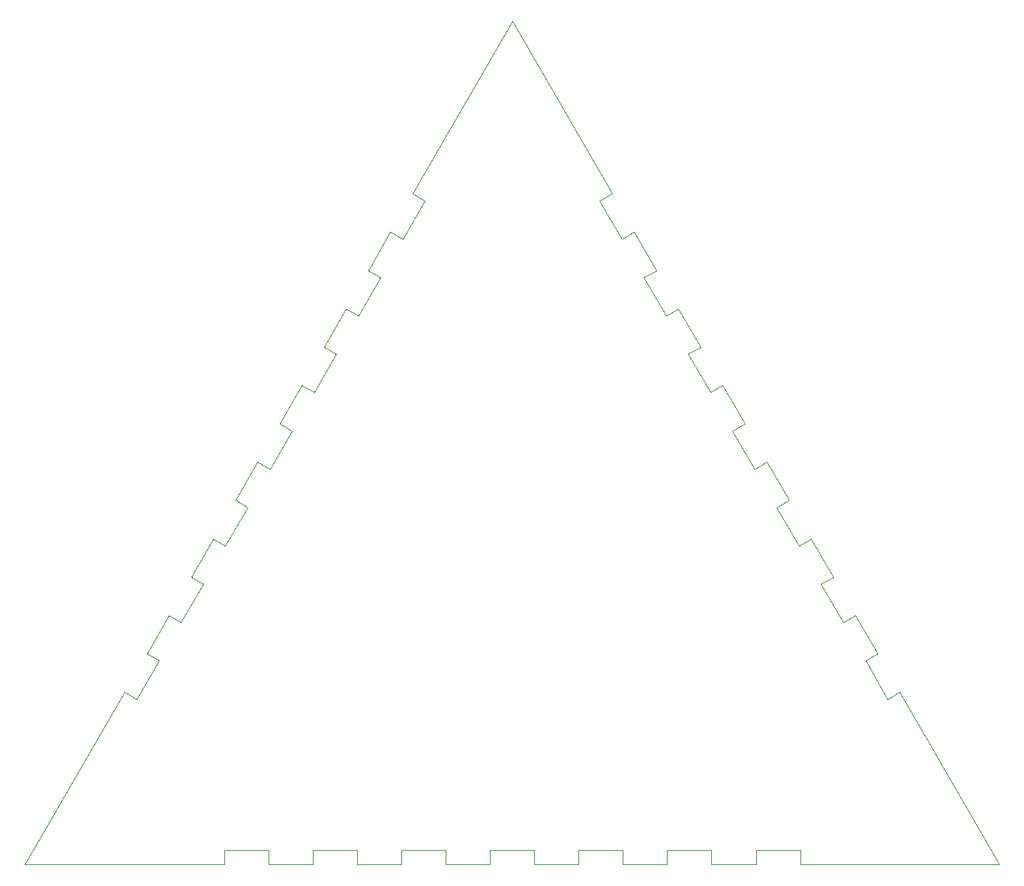
<source format=gbr>
%TF.GenerationSoftware,KiCad,Pcbnew,7.0.7*%
%TF.CreationDate,2023-11-13T09:37:15+01:00*%
%TF.ProjectId,Small,536d616c-6c2e-46b6-9963-61645f706362,rev?*%
%TF.SameCoordinates,Original*%
%TF.FileFunction,Profile,NP*%
%FSLAX46Y46*%
G04 Gerber Fmt 4.6, Leading zero omitted, Abs format (unit mm)*
G04 Created by KiCad (PCBNEW 7.0.7) date 2023-11-13 09:37:15*
%MOMM*%
%LPD*%
G01*
G04 APERTURE LIST*
%TA.AperFunction,Profile*%
%ADD10C,0.100000*%
%TD*%
G04 APERTURE END LIST*
D10*
X111250000Y-87523921D02*
X108750000Y-83193794D01*
X97500000Y-120000000D02*
X102500000Y-120000000D01*
X82500000Y-118400000D02*
X87500000Y-118400000D01*
X107364360Y-83993794D02*
X104864360Y-79663667D01*
X114864360Y-96984175D02*
X116250000Y-96184175D01*
X38750000Y-87523921D02*
X40135640Y-88323921D01*
X103750000Y-74533540D02*
X102364360Y-75333540D01*
X31250000Y-100514302D02*
X20000000Y-119999874D01*
X97500000Y-118400000D02*
X97500000Y-120000000D01*
X47635640Y-75333540D02*
X46250000Y-74533540D01*
X58750000Y-52882904D02*
X60135640Y-53682904D01*
X75000000Y-24737078D02*
X86250000Y-44222650D01*
X75000000Y-24737078D02*
X63750000Y-44222650D01*
X50135640Y-71003412D02*
X47635640Y-75333540D01*
X87500000Y-120000000D02*
X92500000Y-120000000D01*
X62500000Y-120000000D02*
X62500000Y-118400000D01*
X87364360Y-49352777D02*
X84864360Y-45022650D01*
X60135640Y-53682904D02*
X57635640Y-58013031D01*
X92500000Y-118400000D02*
X97500000Y-118400000D01*
X33750000Y-96184175D02*
X35135640Y-96984175D01*
X36250000Y-91854048D02*
X33750000Y-96184175D01*
X98750000Y-65873285D02*
X97364360Y-66673285D01*
X77500000Y-118400000D02*
X77500000Y-120000000D01*
X57500000Y-118400000D02*
X57500000Y-120000000D01*
X84864360Y-45022650D02*
X86250000Y-44222650D01*
X48750000Y-70203412D02*
X50135640Y-71003412D01*
X51250000Y-65873285D02*
X48750000Y-70203412D01*
X118750000Y-100514302D02*
X130000000Y-119999874D01*
X102364360Y-75333540D02*
X99864360Y-71003412D01*
X67500000Y-120000000D02*
X72500000Y-120000000D01*
X57500000Y-120000000D02*
X62500000Y-120000000D01*
X52500000Y-120000000D02*
X52500000Y-118400000D01*
X65135640Y-45022650D02*
X62635640Y-49352777D01*
X112364360Y-92654048D02*
X109864360Y-88323921D01*
X47500000Y-120000000D02*
X52500000Y-120000000D01*
X52500000Y-118400000D02*
X57500000Y-118400000D01*
X41250000Y-83193794D02*
X38750000Y-87523921D01*
X106250000Y-78863667D02*
X103750000Y-74533540D01*
X42500000Y-118400000D02*
X47500000Y-118400000D01*
X116250000Y-96184175D02*
X113750000Y-91854048D01*
X46250000Y-74533540D02*
X43750000Y-78863667D01*
X63750000Y-44222650D02*
X65135640Y-45022650D01*
X87500000Y-118400000D02*
X87500000Y-120000000D01*
X92500000Y-120000000D02*
X92500000Y-118400000D01*
X42635640Y-83993794D02*
X41250000Y-83193794D01*
X101250000Y-70203412D02*
X98750000Y-65873285D01*
X109864360Y-88323921D02*
X111250000Y-87523921D01*
X91250000Y-52882904D02*
X88750000Y-48552777D01*
X61250000Y-48552777D02*
X58750000Y-52882904D01*
X102500000Y-120000000D02*
X102500000Y-118400000D01*
X47500000Y-118400000D02*
X47500000Y-120000000D01*
X72500000Y-120000000D02*
X72500000Y-118400000D01*
X56250000Y-57213031D02*
X53750000Y-61543158D01*
X67500000Y-118400000D02*
X67500000Y-120000000D01*
X89864360Y-53682904D02*
X91250000Y-52882904D01*
X62500000Y-118400000D02*
X67500000Y-118400000D01*
X72500000Y-118400000D02*
X77500000Y-118400000D01*
X117364360Y-101314302D02*
X114864360Y-96984175D01*
X37635640Y-92654048D02*
X36250000Y-91854048D01*
X102500000Y-118400000D02*
X107500000Y-118400000D01*
X108750000Y-83193794D02*
X107364360Y-83993794D01*
X94864360Y-62343158D02*
X96250000Y-61543158D01*
X32635640Y-101314302D02*
X31250000Y-100514302D01*
X88750000Y-48552777D02*
X87364360Y-49352777D01*
X93750000Y-57213031D02*
X92364360Y-58013031D01*
X96250000Y-61543158D02*
X93750000Y-57213031D01*
X52635640Y-66673285D02*
X51250000Y-65873285D01*
X43750000Y-78863667D02*
X45135640Y-79663667D01*
X97364360Y-66673285D02*
X94864360Y-62343158D01*
X107500000Y-118400000D02*
X107500000Y-120000000D01*
X113750000Y-91854048D02*
X112364360Y-92654048D01*
X77500000Y-120000000D02*
X82500000Y-120000000D01*
X53750000Y-61543158D02*
X55135640Y-62343158D01*
X130000000Y-120000000D02*
X107500000Y-120000000D01*
X57635640Y-58013031D02*
X56250000Y-57213031D01*
X35135640Y-96984175D02*
X32635640Y-101314302D01*
X42500000Y-120000000D02*
X20000000Y-120000000D01*
X40135640Y-88323921D02*
X37635640Y-92654048D01*
X104864360Y-79663667D02*
X106250000Y-78863667D01*
X55135640Y-62343158D02*
X52635640Y-66673285D01*
X82500000Y-120000000D02*
X82500000Y-118400000D01*
X118750000Y-100514302D02*
X117364360Y-101314302D01*
X92364360Y-58013031D02*
X89864360Y-53682904D01*
X62635640Y-49352777D02*
X61250000Y-48552777D01*
X45135640Y-79663667D02*
X42635640Y-83993794D01*
X42500000Y-120000000D02*
X42500000Y-118400000D01*
X99864360Y-71003412D02*
X101250000Y-70203412D01*
M02*

</source>
